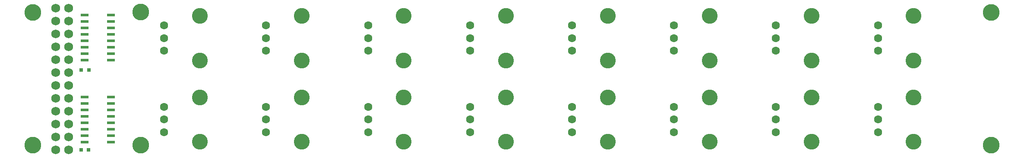
<source format=gbr>
G04 #@! TF.FileFunction,Soldermask,Top*
%FSLAX46Y46*%
G04 Gerber Fmt 4.6, Leading zero omitted, Abs format (unit mm)*
G04 Created by KiCad (PCBNEW 4.0.4-stable) date 01/02/17 17:56:56*
%MOMM*%
%LPD*%
G01*
G04 APERTURE LIST*
%ADD10C,0.100000*%
%ADD11R,1.500000X0.600000*%
%ADD12C,3.300000*%
%ADD13C,3.100000*%
%ADD14C,1.600000*%
%ADD15R,0.800000X0.750000*%
%ADD16C,1.727200*%
G04 APERTURE END LIST*
D10*
D11*
X13160000Y19792600D03*
X18360000Y19792600D03*
X13160000Y21062600D03*
X18360000Y21062600D03*
X13160000Y22332600D03*
X18360000Y22332600D03*
X13160000Y23602600D03*
X18360000Y23602600D03*
X13160000Y24872600D03*
X18360000Y24872600D03*
X13160000Y26142600D03*
X18360000Y26142600D03*
X13160000Y27412600D03*
X18360000Y27412600D03*
X13160000Y28682600D03*
X18360000Y28682600D03*
X13160000Y3586400D03*
X18360000Y3586400D03*
X13160000Y4856400D03*
X18360000Y4856400D03*
X13160000Y6126400D03*
X18360000Y6126400D03*
X13160000Y7396400D03*
X18360000Y7396400D03*
X13160000Y8666400D03*
X18360000Y8666400D03*
X13160000Y9936400D03*
X18360000Y9936400D03*
X13160000Y11206400D03*
X18360000Y11206400D03*
X13160000Y12476400D03*
X18360000Y12476400D03*
D12*
X24130000Y29210000D03*
X24130000Y3000000D03*
X3000000Y29125000D03*
X3000000Y3000000D03*
X190960000Y3000000D03*
D13*
X115760000Y28488200D03*
X115760000Y19699800D03*
D14*
X108749600Y26594000D03*
X108749600Y24094000D03*
X108749600Y21594000D03*
D13*
X175760000Y28488200D03*
X175760000Y19699800D03*
D14*
X168749600Y26594000D03*
X168749600Y24094000D03*
X168749600Y21594000D03*
D13*
X35760000Y28488200D03*
X35760000Y19699800D03*
D14*
X28749600Y26594000D03*
X28749600Y24094000D03*
X28749600Y21594000D03*
D13*
X55760000Y28488200D03*
X55760000Y19699800D03*
D14*
X48749600Y26594000D03*
X48749600Y24094000D03*
X48749600Y21594000D03*
D13*
X75760000Y28488200D03*
X75760000Y19699800D03*
D14*
X68749600Y26594000D03*
X68749600Y24094000D03*
X68749600Y21594000D03*
D13*
X95760000Y28488200D03*
X95760000Y19699800D03*
D14*
X88749600Y26594000D03*
X88749600Y24094000D03*
X88749600Y21594000D03*
D13*
X135760000Y28488200D03*
X135760000Y19699800D03*
D14*
X128749600Y26594000D03*
X128749600Y24094000D03*
X128749600Y21594000D03*
D13*
X155760000Y28488200D03*
X155760000Y19699800D03*
D14*
X148749600Y26594000D03*
X148749600Y24094000D03*
X148749600Y21594000D03*
D15*
X13958000Y2032000D03*
X12458000Y2032000D03*
D13*
X35760000Y12425600D03*
X35760000Y3637200D03*
D14*
X28749600Y10531400D03*
X28749600Y8031400D03*
X28749600Y5531400D03*
D13*
X55760000Y12425600D03*
X55760000Y3637200D03*
D14*
X48749600Y10531400D03*
X48749600Y8031400D03*
X48749600Y5531400D03*
D13*
X75760000Y12425600D03*
X75760000Y3637200D03*
D14*
X68749600Y10531400D03*
X68749600Y8031400D03*
X68749600Y5531400D03*
D13*
X95760000Y12425600D03*
X95760000Y3637200D03*
D14*
X88749600Y10531400D03*
X88749600Y8031400D03*
X88749600Y5531400D03*
D13*
X115760000Y12425600D03*
X115760000Y3637200D03*
D14*
X108749600Y10531400D03*
X108749600Y8031400D03*
X108749600Y5531400D03*
D13*
X135760000Y12425600D03*
X135760000Y3637200D03*
D14*
X128749600Y10531400D03*
X128749600Y8031400D03*
X128749600Y5531400D03*
D13*
X155760000Y12425600D03*
X155760000Y3637200D03*
D14*
X148749600Y10531400D03*
X148749600Y8031400D03*
X148749600Y5531400D03*
D13*
X175760000Y12425600D03*
X175760000Y3637200D03*
D14*
X168749600Y10531400D03*
X168749600Y8031400D03*
X168749600Y5531400D03*
D12*
X190960000Y29125000D03*
D16*
X7493000Y29997400D03*
X10033000Y29997400D03*
X7493000Y12217400D03*
X10033000Y12217400D03*
X7493000Y9677400D03*
X10033000Y9677400D03*
X7493000Y7137400D03*
X10033000Y7137400D03*
X7493000Y4597400D03*
X10033000Y4597400D03*
X7493000Y2057400D03*
X10033000Y2057400D03*
X7493000Y14757400D03*
X10033000Y14757400D03*
X7493000Y19837400D03*
X10033000Y19837400D03*
X7493000Y22377400D03*
X10033000Y22377400D03*
X7493000Y17297400D03*
X10033000Y17297400D03*
X7493000Y27457400D03*
X10033000Y27457400D03*
X7493000Y24917400D03*
X10033000Y24917400D03*
D15*
X13970000Y17780000D03*
X12470000Y17780000D03*
M02*

</source>
